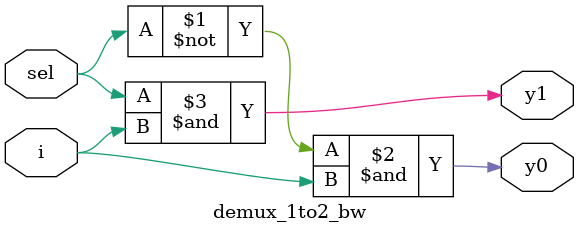
<source format=v>
`timescale 1ns / 1ps


module demux_1to2_bw(
input wire i,     
  input wire sel,       
  output wire y0,       
  output wire y1
  );       
  

  assign y0 = (~sel) & i;
  assign y1 = sel & i;

endmodule

</source>
